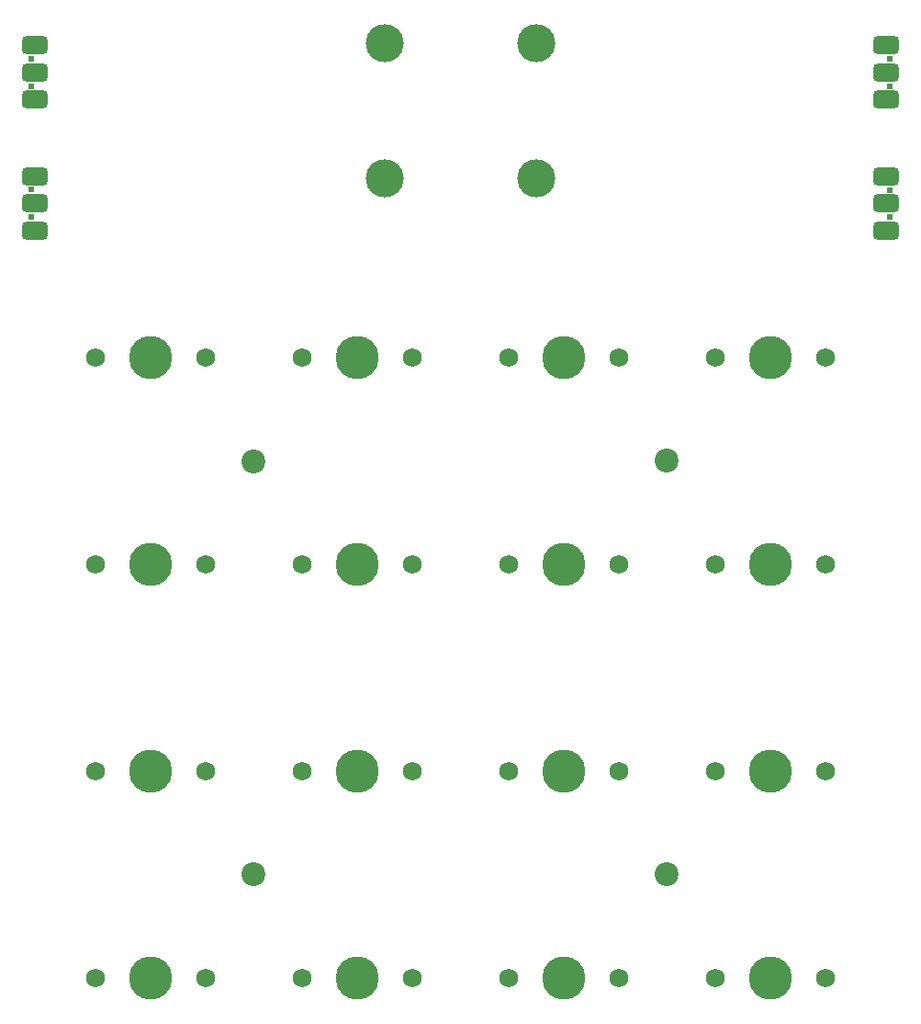
<source format=gbr>
%TF.GenerationSoftware,KiCad,Pcbnew,(6.0.7)*%
%TF.CreationDate,2022-09-25T11:51:51-07:00*%
%TF.ProjectId,ModularKeyboard_Main,4d6f6475-6c61-4724-9b65-79626f617264,0.1*%
%TF.SameCoordinates,Original*%
%TF.FileFunction,Soldermask,Top*%
%TF.FilePolarity,Negative*%
%FSLAX46Y46*%
G04 Gerber Fmt 4.6, Leading zero omitted, Abs format (unit mm)*
G04 Created by KiCad (PCBNEW (6.0.7)) date 2022-09-25 11:51:51*
%MOMM*%
%LPD*%
G01*
G04 APERTURE LIST*
G04 Aperture macros list*
%AMRoundRect*
0 Rectangle with rounded corners*
0 $1 Rounding radius*
0 $2 $3 $4 $5 $6 $7 $8 $9 X,Y pos of 4 corners*
0 Add a 4 corners polygon primitive as box body*
4,1,4,$2,$3,$4,$5,$6,$7,$8,$9,$2,$3,0*
0 Add four circle primitives for the rounded corners*
1,1,$1+$1,$2,$3*
1,1,$1+$1,$4,$5*
1,1,$1+$1,$6,$7*
1,1,$1+$1,$8,$9*
0 Add four rect primitives between the rounded corners*
20,1,$1+$1,$2,$3,$4,$5,0*
20,1,$1+$1,$4,$5,$6,$7,0*
20,1,$1+$1,$6,$7,$8,$9,0*
20,1,$1+$1,$8,$9,$2,$3,0*%
G04 Aperture macros list end*
%ADD10C,1.750000*%
%ADD11C,3.987800*%
%ADD12C,3.500000*%
%ADD13C,0.610000*%
%ADD14RoundRect,0.412500X0.787500X-0.412500X0.787500X0.412500X-0.787500X0.412500X-0.787500X-0.412500X0*%
%ADD15C,2.200000*%
%ADD16RoundRect,0.412500X-0.787500X0.412500X-0.787500X-0.412500X0.787500X-0.412500X0.787500X0.412500X0*%
G04 APERTURE END LIST*
D10*
%TO.C,SW12*%
X210880000Y-85600000D03*
X200720000Y-85600000D03*
D11*
X205800000Y-85600000D03*
%TD*%
D12*
%TO.C,MH3*%
X170225000Y-69125000D03*
%TD*%
%TO.C,MH1*%
X170225000Y-56625000D03*
%TD*%
D11*
%TO.C,SW1*%
X148650000Y-104650000D03*
D10*
X153730000Y-104650000D03*
X143570000Y-104650000D03*
%TD*%
D13*
%TO.C,J3*%
X137650000Y-72640000D03*
X137650000Y-70140000D03*
D14*
X138000000Y-73890000D03*
X138000000Y-71390000D03*
X138000000Y-68890000D03*
%TD*%
D10*
%TO.C,SW3*%
X143570000Y-142750000D03*
D11*
X148650000Y-142750000D03*
D10*
X153730000Y-142750000D03*
%TD*%
%TO.C,SW9*%
X181670000Y-104650000D03*
D11*
X186750000Y-104650000D03*
D10*
X191830000Y-104650000D03*
%TD*%
%TO.C,SW8*%
X181670000Y-85600000D03*
X191830000Y-85600000D03*
D11*
X186750000Y-85600000D03*
%TD*%
D10*
%TO.C,SW13*%
X210880000Y-104650000D03*
D11*
X205800000Y-104650000D03*
D10*
X200720000Y-104650000D03*
%TD*%
D15*
%TO.C,H2*%
X196275000Y-133200000D03*
%TD*%
D13*
%TO.C,J4*%
X216850000Y-58100000D03*
X216850000Y-60600000D03*
D16*
X216500000Y-56850000D03*
X216500000Y-59350000D03*
X216500000Y-61850000D03*
%TD*%
D10*
%TO.C,SW0*%
X153730004Y-85600003D03*
D11*
X148650004Y-85600003D03*
D10*
X143570004Y-85600003D03*
%TD*%
%TO.C,SW5*%
X172780004Y-104650003D03*
D11*
X167700004Y-104650003D03*
D10*
X162620004Y-104650003D03*
%TD*%
D12*
%TO.C,MH4*%
X184225000Y-69125000D03*
%TD*%
D11*
%TO.C,SW15*%
X205800004Y-142750003D03*
D10*
X200720004Y-142750003D03*
X210880004Y-142750003D03*
%TD*%
D11*
%TO.C,SW2*%
X148650000Y-123700000D03*
D10*
X153730000Y-123700000D03*
X143570000Y-123700000D03*
%TD*%
D13*
%TO.C,J2*%
X137650000Y-58100000D03*
X137650000Y-60600000D03*
D14*
X138000000Y-61850000D03*
X138000000Y-59350000D03*
X138000000Y-56850000D03*
%TD*%
D15*
%TO.C,H1*%
X196275000Y-95125000D03*
%TD*%
%TO.C,H4*%
X158180000Y-133215000D03*
%TD*%
D13*
%TO.C,J1*%
X216850000Y-72660000D03*
X216850000Y-70160000D03*
D16*
X216500000Y-68910000D03*
X216500000Y-71410000D03*
X216500000Y-73910000D03*
%TD*%
D11*
%TO.C,SW14*%
X205800000Y-123700000D03*
D10*
X210880000Y-123700000D03*
X200720000Y-123700000D03*
%TD*%
D11*
%TO.C,SW6*%
X167700000Y-123700000D03*
D10*
X162620000Y-123700000D03*
X172780000Y-123700000D03*
%TD*%
D12*
%TO.C,MH2*%
X184225000Y-56625000D03*
%TD*%
D10*
%TO.C,SW4*%
X172780004Y-85600003D03*
D11*
X167700004Y-85600003D03*
D10*
X162620004Y-85600003D03*
%TD*%
D11*
%TO.C,SW11*%
X186730000Y-142750000D03*
D10*
X181650000Y-142750000D03*
X191810000Y-142750000D03*
%TD*%
%TO.C,SW10*%
X181670004Y-123700003D03*
X191830004Y-123700003D03*
D11*
X186750004Y-123700003D03*
%TD*%
D10*
%TO.C,SW7*%
X172780000Y-142750000D03*
D11*
X167700000Y-142750000D03*
D10*
X162620000Y-142750000D03*
%TD*%
D15*
%TO.C,H3*%
X158180000Y-95145000D03*
%TD*%
M02*

</source>
